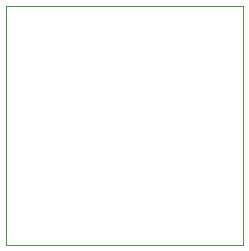
<source format=gm1>
G04 #@! TF.GenerationSoftware,KiCad,Pcbnew,(5.1.10)-1*
G04 #@! TF.CreationDate,2021-10-06T10:46:06+02:00*
G04 #@! TF.ProjectId,OBJEX_Socket-V2.0,4f424a45-585f-4536-9f63-6b65742d5632,rev?*
G04 #@! TF.SameCoordinates,Original*
G04 #@! TF.FileFunction,Profile,NP*
%FSLAX46Y46*%
G04 Gerber Fmt 4.6, Leading zero omitted, Abs format (unit mm)*
G04 Created by KiCad (PCBNEW (5.1.10)-1) date 2021-10-06 10:46:06*
%MOMM*%
%LPD*%
G01*
G04 APERTURE LIST*
G04 #@! TA.AperFunction,Profile*
%ADD10C,0.050000*%
G04 #@! TD*
G04 APERTURE END LIST*
D10*
X154025600Y-85166200D02*
X154025600Y-105410000D01*
X133959600Y-85166200D02*
X154025600Y-85166200D01*
X133959600Y-105410000D02*
X133959600Y-85166200D01*
X154025600Y-105410000D02*
X133959600Y-105410000D01*
M02*

</source>
